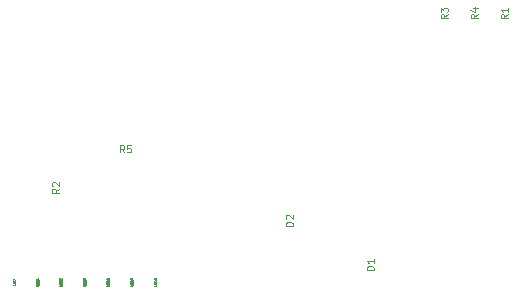
<source format=gbr>
G04 #@! TF.FileFunction,Other,ECO1*
%FSLAX46Y46*%
G04 Gerber Fmt 4.6, Leading zero omitted, Abs format (unit mm)*
G04 Created by KiCad (PCBNEW 4.0.2-1.fc23-product) date Mon 23 May 2016 18:37:12 BST*
%MOMM*%
G01*
G04 APERTURE LIST*
%ADD10C,0.100000*%
%ADD11C,0.030480*%
G04 APERTURE END LIST*
D10*
X100671429Y-128742857D02*
X100071429Y-128742857D01*
X100071429Y-128600000D01*
X100100000Y-128514285D01*
X100157143Y-128457143D01*
X100214286Y-128428571D01*
X100328571Y-128400000D01*
X100414286Y-128400000D01*
X100528571Y-128428571D01*
X100585714Y-128457143D01*
X100642857Y-128514285D01*
X100671429Y-128600000D01*
X100671429Y-128742857D01*
X100128571Y-128171428D02*
X100100000Y-128142857D01*
X100071429Y-128085714D01*
X100071429Y-127942857D01*
X100100000Y-127885714D01*
X100128571Y-127857143D01*
X100185714Y-127828571D01*
X100242857Y-127828571D01*
X100328571Y-127857143D01*
X100671429Y-128200000D01*
X100671429Y-127828571D01*
X107521429Y-132492857D02*
X106921429Y-132492857D01*
X106921429Y-132350000D01*
X106950000Y-132264285D01*
X107007143Y-132207143D01*
X107064286Y-132178571D01*
X107178571Y-132150000D01*
X107264286Y-132150000D01*
X107378571Y-132178571D01*
X107435714Y-132207143D01*
X107492857Y-132264285D01*
X107521429Y-132350000D01*
X107521429Y-132492857D01*
X107521429Y-131578571D02*
X107521429Y-131921428D01*
X107521429Y-131750000D02*
X106921429Y-131750000D01*
X107007143Y-131807143D01*
X107064286Y-131864285D01*
X107092857Y-131921428D01*
D11*
X87090476Y-133723809D02*
X87090476Y-133819047D01*
X86890476Y-133819047D01*
X86985714Y-133657142D02*
X86985714Y-133590475D01*
X87090476Y-133561904D02*
X87090476Y-133657142D01*
X86890476Y-133657142D01*
X86890476Y-133561904D01*
X87090476Y-133476190D02*
X86890476Y-133476190D01*
X86890476Y-133428571D01*
X86900000Y-133399999D01*
X86919048Y-133380952D01*
X86938095Y-133371428D01*
X86976190Y-133361904D01*
X87004762Y-133361904D01*
X87042857Y-133371428D01*
X87061905Y-133380952D01*
X87080952Y-133399999D01*
X87090476Y-133428571D01*
X87090476Y-133476190D01*
X86890476Y-133190476D02*
X86890476Y-133228571D01*
X86900000Y-133247619D01*
X86909524Y-133257142D01*
X86938095Y-133276190D01*
X86976190Y-133285714D01*
X87052381Y-133285714D01*
X87071429Y-133276190D01*
X87080952Y-133266666D01*
X87090476Y-133247619D01*
X87090476Y-133209523D01*
X87080952Y-133190476D01*
X87071429Y-133180952D01*
X87052381Y-133171428D01*
X87004762Y-133171428D01*
X86985714Y-133180952D01*
X86976190Y-133190476D01*
X86966667Y-133209523D01*
X86966667Y-133247619D01*
X86976190Y-133266666D01*
X86985714Y-133276190D01*
X87004762Y-133285714D01*
X85140476Y-133628571D02*
X85140476Y-133723809D01*
X84940476Y-133723809D01*
X85035714Y-133561904D02*
X85035714Y-133495237D01*
X85140476Y-133466666D02*
X85140476Y-133561904D01*
X84940476Y-133561904D01*
X84940476Y-133466666D01*
X85140476Y-133380952D02*
X84940476Y-133380952D01*
X84940476Y-133333333D01*
X84950000Y-133304761D01*
X84969048Y-133285714D01*
X84988095Y-133276190D01*
X85026190Y-133266666D01*
X85054762Y-133266666D01*
X85092857Y-133276190D01*
X85111905Y-133285714D01*
X85130952Y-133304761D01*
X85140476Y-133333333D01*
X85140476Y-133380952D01*
X89090476Y-133723809D02*
X89090476Y-133819047D01*
X88890476Y-133819047D01*
X88985714Y-133657142D02*
X88985714Y-133590475D01*
X89090476Y-133561904D02*
X89090476Y-133657142D01*
X88890476Y-133657142D01*
X88890476Y-133561904D01*
X89090476Y-133476190D02*
X88890476Y-133476190D01*
X88890476Y-133428571D01*
X88900000Y-133399999D01*
X88919048Y-133380952D01*
X88938095Y-133371428D01*
X88976190Y-133361904D01*
X89004762Y-133361904D01*
X89042857Y-133371428D01*
X89061905Y-133380952D01*
X89080952Y-133399999D01*
X89090476Y-133428571D01*
X89090476Y-133476190D01*
X88890476Y-133180952D02*
X88890476Y-133276190D01*
X88985714Y-133285714D01*
X88976190Y-133276190D01*
X88966667Y-133257142D01*
X88966667Y-133209523D01*
X88976190Y-133190476D01*
X88985714Y-133180952D01*
X89004762Y-133171428D01*
X89052381Y-133171428D01*
X89071429Y-133180952D01*
X89080952Y-133190476D01*
X89090476Y-133209523D01*
X89090476Y-133257142D01*
X89080952Y-133276190D01*
X89071429Y-133285714D01*
X87140476Y-133628571D02*
X87140476Y-133723809D01*
X86940476Y-133723809D01*
X87035714Y-133561904D02*
X87035714Y-133495237D01*
X87140476Y-133466666D02*
X87140476Y-133561904D01*
X86940476Y-133561904D01*
X86940476Y-133466666D01*
X87140476Y-133380952D02*
X86940476Y-133380952D01*
X86940476Y-133333333D01*
X86950000Y-133304761D01*
X86969048Y-133285714D01*
X86988095Y-133276190D01*
X87026190Y-133266666D01*
X87054762Y-133266666D01*
X87092857Y-133276190D01*
X87111905Y-133285714D01*
X87130952Y-133304761D01*
X87140476Y-133333333D01*
X87140476Y-133380952D01*
X85090476Y-133723809D02*
X85090476Y-133819047D01*
X84890476Y-133819047D01*
X84985714Y-133657142D02*
X84985714Y-133590475D01*
X85090476Y-133561904D02*
X85090476Y-133657142D01*
X84890476Y-133657142D01*
X84890476Y-133561904D01*
X85090476Y-133476190D02*
X84890476Y-133476190D01*
X84890476Y-133428571D01*
X84900000Y-133399999D01*
X84919048Y-133380952D01*
X84938095Y-133371428D01*
X84976190Y-133361904D01*
X85004762Y-133361904D01*
X85042857Y-133371428D01*
X85061905Y-133380952D01*
X85080952Y-133399999D01*
X85090476Y-133428571D01*
X85090476Y-133476190D01*
X84957143Y-133190476D02*
X85090476Y-133190476D01*
X84880952Y-133238095D02*
X85023810Y-133285714D01*
X85023810Y-133161904D01*
X83140476Y-133628571D02*
X83140476Y-133723809D01*
X82940476Y-133723809D01*
X83035714Y-133561904D02*
X83035714Y-133495237D01*
X83140476Y-133466666D02*
X83140476Y-133561904D01*
X82940476Y-133561904D01*
X82940476Y-133466666D01*
X83140476Y-133380952D02*
X82940476Y-133380952D01*
X82940476Y-133333333D01*
X82950000Y-133304761D01*
X82969048Y-133285714D01*
X82988095Y-133276190D01*
X83026190Y-133266666D01*
X83054762Y-133266666D01*
X83092857Y-133276190D01*
X83111905Y-133285714D01*
X83130952Y-133304761D01*
X83140476Y-133333333D01*
X83140476Y-133380952D01*
X83090476Y-133723809D02*
X83090476Y-133819047D01*
X82890476Y-133819047D01*
X82985714Y-133657142D02*
X82985714Y-133590475D01*
X83090476Y-133561904D02*
X83090476Y-133657142D01*
X82890476Y-133657142D01*
X82890476Y-133561904D01*
X83090476Y-133476190D02*
X82890476Y-133476190D01*
X82890476Y-133428571D01*
X82900000Y-133399999D01*
X82919048Y-133380952D01*
X82938095Y-133371428D01*
X82976190Y-133361904D01*
X83004762Y-133361904D01*
X83042857Y-133371428D01*
X83061905Y-133380952D01*
X83080952Y-133399999D01*
X83090476Y-133428571D01*
X83090476Y-133476190D01*
X82890476Y-133295238D02*
X82890476Y-133171428D01*
X82966667Y-133238095D01*
X82966667Y-133209523D01*
X82976190Y-133190476D01*
X82985714Y-133180952D01*
X83004762Y-133171428D01*
X83052381Y-133171428D01*
X83071429Y-133180952D01*
X83080952Y-133190476D01*
X83090476Y-133209523D01*
X83090476Y-133266666D01*
X83080952Y-133285714D01*
X83071429Y-133295238D01*
X81140476Y-133628571D02*
X81140476Y-133723809D01*
X80940476Y-133723809D01*
X81035714Y-133561904D02*
X81035714Y-133495237D01*
X81140476Y-133466666D02*
X81140476Y-133561904D01*
X80940476Y-133561904D01*
X80940476Y-133466666D01*
X81140476Y-133380952D02*
X80940476Y-133380952D01*
X80940476Y-133333333D01*
X80950000Y-133304761D01*
X80969048Y-133285714D01*
X80988095Y-133276190D01*
X81026190Y-133266666D01*
X81054762Y-133266666D01*
X81092857Y-133276190D01*
X81111905Y-133285714D01*
X81130952Y-133304761D01*
X81140476Y-133333333D01*
X81140476Y-133380952D01*
X81090476Y-133723809D02*
X81090476Y-133819047D01*
X80890476Y-133819047D01*
X80985714Y-133657142D02*
X80985714Y-133590475D01*
X81090476Y-133561904D02*
X81090476Y-133657142D01*
X80890476Y-133657142D01*
X80890476Y-133561904D01*
X81090476Y-133476190D02*
X80890476Y-133476190D01*
X80890476Y-133428571D01*
X80900000Y-133399999D01*
X80919048Y-133380952D01*
X80938095Y-133371428D01*
X80976190Y-133361904D01*
X81004762Y-133361904D01*
X81042857Y-133371428D01*
X81061905Y-133380952D01*
X81080952Y-133399999D01*
X81090476Y-133428571D01*
X81090476Y-133476190D01*
X80909524Y-133285714D02*
X80900000Y-133276190D01*
X80890476Y-133257142D01*
X80890476Y-133209523D01*
X80900000Y-133190476D01*
X80909524Y-133180952D01*
X80928571Y-133171428D01*
X80947619Y-133171428D01*
X80976190Y-133180952D01*
X81090476Y-133295238D01*
X81090476Y-133171428D01*
X79140476Y-133628571D02*
X79140476Y-133723809D01*
X78940476Y-133723809D01*
X79035714Y-133561904D02*
X79035714Y-133495237D01*
X79140476Y-133466666D02*
X79140476Y-133561904D01*
X78940476Y-133561904D01*
X78940476Y-133466666D01*
X79140476Y-133380952D02*
X78940476Y-133380952D01*
X78940476Y-133333333D01*
X78950000Y-133304761D01*
X78969048Y-133285714D01*
X78988095Y-133276190D01*
X79026190Y-133266666D01*
X79054762Y-133266666D01*
X79092857Y-133276190D01*
X79111905Y-133285714D01*
X79130952Y-133304761D01*
X79140476Y-133333333D01*
X79140476Y-133380952D01*
X79090476Y-133723809D02*
X79090476Y-133819047D01*
X78890476Y-133819047D01*
X78985714Y-133657142D02*
X78985714Y-133590475D01*
X79090476Y-133561904D02*
X79090476Y-133657142D01*
X78890476Y-133657142D01*
X78890476Y-133561904D01*
X79090476Y-133476190D02*
X78890476Y-133476190D01*
X78890476Y-133428571D01*
X78900000Y-133399999D01*
X78919048Y-133380952D01*
X78938095Y-133371428D01*
X78976190Y-133361904D01*
X79004762Y-133361904D01*
X79042857Y-133371428D01*
X79061905Y-133380952D01*
X79080952Y-133399999D01*
X79090476Y-133428571D01*
X79090476Y-133476190D01*
X79090476Y-133171428D02*
X79090476Y-133285714D01*
X79090476Y-133228571D02*
X78890476Y-133228571D01*
X78919048Y-133247619D01*
X78938095Y-133266666D01*
X78947619Y-133285714D01*
X77140476Y-133628571D02*
X77140476Y-133723809D01*
X76940476Y-133723809D01*
X77035714Y-133561904D02*
X77035714Y-133495237D01*
X77140476Y-133466666D02*
X77140476Y-133561904D01*
X76940476Y-133561904D01*
X76940476Y-133466666D01*
X77140476Y-133380952D02*
X76940476Y-133380952D01*
X76940476Y-133333333D01*
X76950000Y-133304761D01*
X76969048Y-133285714D01*
X76988095Y-133276190D01*
X77026190Y-133266666D01*
X77054762Y-133266666D01*
X77092857Y-133276190D01*
X77111905Y-133285714D01*
X77130952Y-133304761D01*
X77140476Y-133333333D01*
X77140476Y-133380952D01*
D10*
X116321429Y-110840000D02*
X116035714Y-111040000D01*
X116321429Y-111182857D02*
X115721429Y-111182857D01*
X115721429Y-110954285D01*
X115750000Y-110897143D01*
X115778571Y-110868571D01*
X115835714Y-110840000D01*
X115921429Y-110840000D01*
X115978571Y-110868571D01*
X116007143Y-110897143D01*
X116035714Y-110954285D01*
X116035714Y-111182857D01*
X115921429Y-110325714D02*
X116321429Y-110325714D01*
X115692857Y-110468571D02*
X116121429Y-110611428D01*
X116121429Y-110240000D01*
X113781429Y-110840000D02*
X113495714Y-111040000D01*
X113781429Y-111182857D02*
X113181429Y-111182857D01*
X113181429Y-110954285D01*
X113210000Y-110897143D01*
X113238571Y-110868571D01*
X113295714Y-110840000D01*
X113381429Y-110840000D01*
X113438571Y-110868571D01*
X113467143Y-110897143D01*
X113495714Y-110954285D01*
X113495714Y-111182857D01*
X113181429Y-110640000D02*
X113181429Y-110268571D01*
X113410000Y-110468571D01*
X113410000Y-110382857D01*
X113438571Y-110325714D01*
X113467143Y-110297143D01*
X113524286Y-110268571D01*
X113667143Y-110268571D01*
X113724286Y-110297143D01*
X113752857Y-110325714D01*
X113781429Y-110382857D01*
X113781429Y-110554285D01*
X113752857Y-110611428D01*
X113724286Y-110640000D01*
X80871429Y-125600000D02*
X80585714Y-125800000D01*
X80871429Y-125942857D02*
X80271429Y-125942857D01*
X80271429Y-125714285D01*
X80300000Y-125657143D01*
X80328571Y-125628571D01*
X80385714Y-125600000D01*
X80471429Y-125600000D01*
X80528571Y-125628571D01*
X80557143Y-125657143D01*
X80585714Y-125714285D01*
X80585714Y-125942857D01*
X80328571Y-125371428D02*
X80300000Y-125342857D01*
X80271429Y-125285714D01*
X80271429Y-125142857D01*
X80300000Y-125085714D01*
X80328571Y-125057143D01*
X80385714Y-125028571D01*
X80442857Y-125028571D01*
X80528571Y-125057143D01*
X80871429Y-125400000D01*
X80871429Y-125028571D01*
X118861429Y-110840000D02*
X118575714Y-111040000D01*
X118861429Y-111182857D02*
X118261429Y-111182857D01*
X118261429Y-110954285D01*
X118290000Y-110897143D01*
X118318571Y-110868571D01*
X118375714Y-110840000D01*
X118461429Y-110840000D01*
X118518571Y-110868571D01*
X118547143Y-110897143D01*
X118575714Y-110954285D01*
X118575714Y-111182857D01*
X118861429Y-110268571D02*
X118861429Y-110611428D01*
X118861429Y-110440000D02*
X118261429Y-110440000D01*
X118347143Y-110497143D01*
X118404286Y-110554285D01*
X118432857Y-110611428D01*
X86400000Y-122521429D02*
X86200000Y-122235714D01*
X86057143Y-122521429D02*
X86057143Y-121921429D01*
X86285715Y-121921429D01*
X86342857Y-121950000D01*
X86371429Y-121978571D01*
X86400000Y-122035714D01*
X86400000Y-122121429D01*
X86371429Y-122178571D01*
X86342857Y-122207143D01*
X86285715Y-122235714D01*
X86057143Y-122235714D01*
X86942857Y-121921429D02*
X86657143Y-121921429D01*
X86628572Y-122207143D01*
X86657143Y-122178571D01*
X86714286Y-122150000D01*
X86857143Y-122150000D01*
X86914286Y-122178571D01*
X86942857Y-122207143D01*
X86971429Y-122264286D01*
X86971429Y-122407143D01*
X86942857Y-122464286D01*
X86914286Y-122492857D01*
X86857143Y-122521429D01*
X86714286Y-122521429D01*
X86657143Y-122492857D01*
X86628572Y-122464286D01*
M02*

</source>
